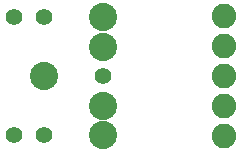
<source format=gbr>
G04 EAGLE Gerber RS-274X export*
G75*
%MOMM*%
%FSLAX34Y34*%
%LPD*%
%INSoldermask Top*%
%IPPOS*%
%AMOC8*
5,1,8,0,0,1.08239X$1,22.5*%
G01*
%ADD10C,2.387600*%
%ADD11C,1.403200*%
%ADD12C,2.082800*%


D10*
X38100Y76200D03*
X88100Y101200D03*
X88100Y126200D03*
X88100Y51200D03*
X88100Y26200D03*
D11*
X38100Y126200D03*
X13100Y126200D03*
X13100Y26200D03*
X38100Y26200D03*
X88100Y76200D03*
D12*
X190500Y127000D03*
X190500Y101600D03*
X190500Y76200D03*
X190500Y50800D03*
X190500Y25400D03*
M02*

</source>
